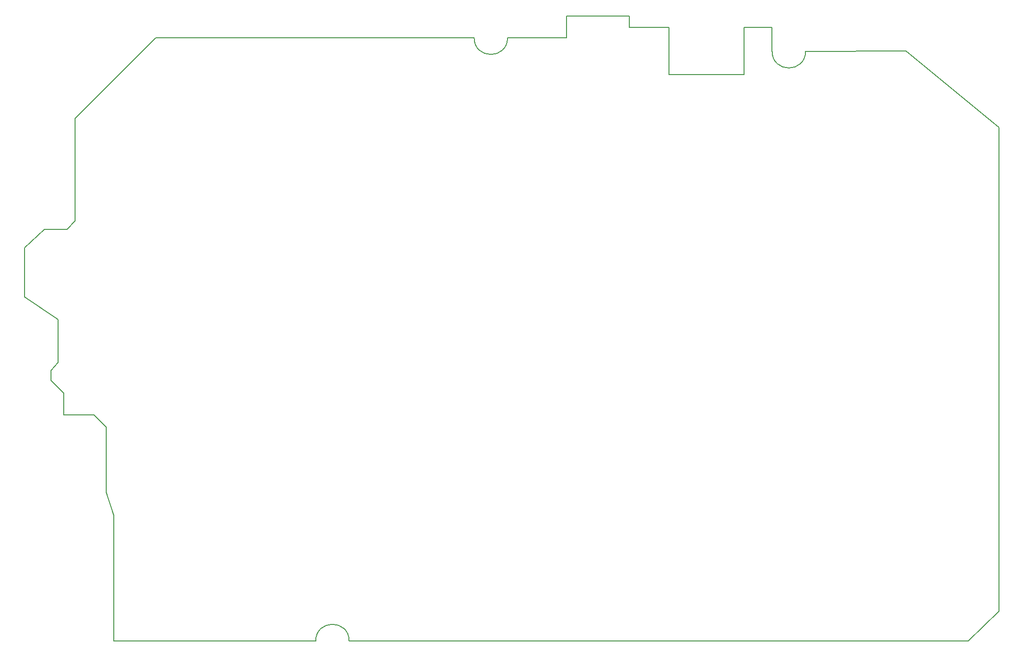
<source format=gbr>
G04 #@! TF.FileFunction,Profile,NP*
%FSLAX46Y46*%
G04 Gerber Fmt 4.6, Leading zero omitted, Abs format (unit mm)*
G04 Created by KiCad (PCBNEW 4.0.1-stable) date 2/1/2016 10:06:34 PM*
%MOMM*%
G01*
G04 APERTURE LIST*
%ADD10C,0.150000*%
%ADD11C,0.127000*%
G04 APERTURE END LIST*
D10*
D11*
X143611600Y-20231100D02*
X148640800Y-20231100D01*
X143611600Y-28714700D02*
X143611600Y-20231100D01*
X130149600Y-28714700D02*
X143611600Y-28714700D01*
X130149600Y-20231100D02*
X130149600Y-28714700D01*
X111798100Y-22098000D02*
X111798100Y-18173700D01*
X101193600Y-22098000D02*
X111798100Y-22098000D01*
X148640800Y-20231100D02*
X148640800Y-24523700D01*
X189357000Y-124942600D02*
X183819800Y-130302000D01*
X66789300Y-130314700D02*
X30581600Y-130302000D01*
X72783700Y-130314700D02*
G75*
G03X66789300Y-130314700I-2997200J0D01*
G01*
X130149600Y-20231100D02*
X123025400Y-20231100D01*
X148640800Y-24523700D02*
G75*
G03X154635200Y-24523700I2997200J0D01*
G01*
X111798600Y-18173700D02*
X123025400Y-18173700D01*
X95199200Y-22098000D02*
G75*
G03X101193600Y-22098000I2997200J0D01*
G01*
X172643800Y-24511000D02*
X154635200Y-24523700D01*
X189357000Y-38176200D02*
X172643800Y-24511000D01*
X189357000Y-124942600D02*
X189357000Y-38176200D01*
X72783700Y-130314700D02*
X183819800Y-130302000D01*
X30581600Y-107746800D02*
X30581600Y-130302000D01*
X29210000Y-103632000D02*
X30581600Y-107746800D01*
X29210000Y-91948000D02*
X29210000Y-103632000D01*
X27051000Y-89789000D02*
X29210000Y-91948000D01*
X21590000Y-89789000D02*
X27051000Y-89789000D01*
X21590000Y-85852000D02*
X21590000Y-89789000D01*
X19304000Y-83566000D02*
X21590000Y-85852000D01*
X19304000Y-81788000D02*
X19304000Y-83566000D01*
X20574000Y-80391000D02*
X19304000Y-81788000D01*
X20574000Y-72644000D02*
X20574000Y-80391000D01*
X14605000Y-68580000D02*
X20574000Y-72644000D01*
X14605000Y-59817000D02*
X14605000Y-68580000D01*
X18161000Y-56515000D02*
X14605000Y-59817000D01*
X22225000Y-56515000D02*
X18161000Y-56515000D01*
X23622000Y-54991000D02*
X22225000Y-56515000D01*
X23622000Y-36550600D02*
X23622000Y-54991000D01*
X38100000Y-22098000D02*
X23622000Y-36550600D01*
X123024900Y-20231100D02*
X123024900Y-18173700D01*
X38100000Y-22098000D02*
X95199200Y-22098000D01*
M02*

</source>
